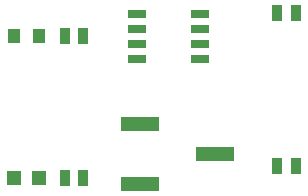
<source format=gtp>
G04*
G04 #@! TF.GenerationSoftware,Altium Limited,Altium Designer,25.2.1 (25)*
G04*
G04 Layer_Color=8421504*
%FSLAX42Y42*%
%MOMM*%
G71*
G04*
G04 #@! TF.SameCoordinates,54F93AE9-759C-433E-98B8-B0DEF80D149C*
G04*
G04*
G04 #@! TF.FilePolarity,Positive*
G04*
G01*
G75*
%ADD18R,3.30X1.19*%
%ADD19R,0.90X1.35*%
%ADD20R,1.20X1.20*%
%ADD21R,1.10X1.30*%
G04:AMPARAMS|DCode=22|XSize=1.55mm|YSize=0.6mm|CornerRadius=0.05mm|HoleSize=0mm|Usage=FLASHONLY|Rotation=0.000|XOffset=0mm|YOffset=0mm|HoleType=Round|Shape=RoundedRectangle|*
%AMROUNDEDRECTD22*
21,1,1.55,0.50,0,0,0.0*
21,1,1.45,0.60,0,0,0.0*
1,1,0.10,0.72,-0.25*
1,1,0.10,-0.72,-0.25*
1,1,0.10,-0.72,0.25*
1,1,0.10,0.72,0.25*
%
%ADD22ROUNDEDRECTD22*%
D18*
X8895Y7600D02*
D03*
X8255Y7854D02*
D03*
Y7346D02*
D03*
D19*
X7778Y7400D02*
D03*
X7622D02*
D03*
X7778Y8600D02*
D03*
X7622D02*
D03*
X9422Y7500D02*
D03*
X9578D02*
D03*
X9422Y8800D02*
D03*
X9578D02*
D03*
D20*
X7405Y7400D02*
D03*
X7195D02*
D03*
D21*
X7190Y8600D02*
D03*
X7400D02*
D03*
D22*
X8770Y8790D02*
D03*
Y8664D02*
D03*
Y8536D02*
D03*
Y8410D02*
D03*
X8230D02*
D03*
Y8536D02*
D03*
Y8664D02*
D03*
Y8790D02*
D03*
M02*

</source>
